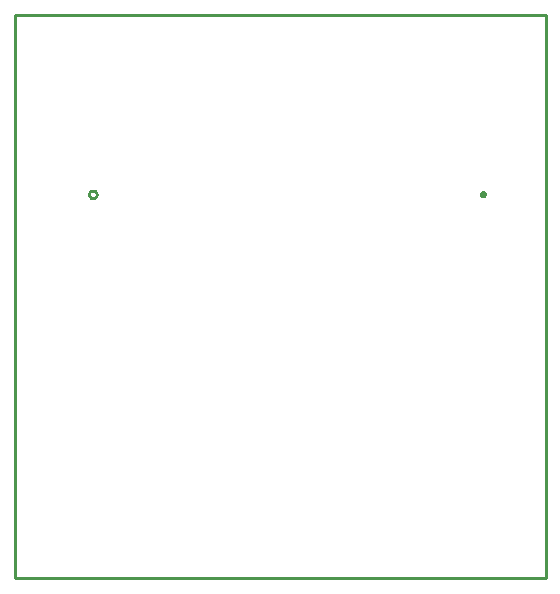
<source format=gbr>
G04 EAGLE Gerber RS-274X export*
G75*
%MOMM*%
%FSLAX34Y34*%
%LPD*%
%IN*%
%IPPOS*%
%AMOC8*
5,1,8,0,0,1.08239X$1,22.5*%
G01*
%ADD10C,0.254000*%


D10*
X0Y0D02*
X449380Y0D01*
X449380Y476760D01*
X0Y476760D01*
X0Y0D01*
X69290Y324907D02*
X69234Y324485D01*
X69124Y324073D01*
X68961Y323679D01*
X68748Y323311D01*
X68489Y322973D01*
X68187Y322671D01*
X67849Y322412D01*
X67481Y322199D01*
X67087Y322036D01*
X66675Y321926D01*
X66253Y321870D01*
X65827Y321870D01*
X65405Y321926D01*
X64993Y322036D01*
X64599Y322199D01*
X64231Y322412D01*
X63893Y322671D01*
X63591Y322973D01*
X63332Y323311D01*
X63119Y323679D01*
X62956Y324073D01*
X62846Y324485D01*
X62790Y324907D01*
X62790Y325333D01*
X62846Y325755D01*
X62956Y326167D01*
X63119Y326561D01*
X63332Y326929D01*
X63591Y327267D01*
X63893Y327569D01*
X64231Y327828D01*
X64599Y328041D01*
X64993Y328204D01*
X65405Y328314D01*
X65827Y328370D01*
X66253Y328370D01*
X66675Y328314D01*
X67087Y328204D01*
X67481Y328041D01*
X67849Y327828D01*
X68187Y327569D01*
X68489Y327267D01*
X68748Y326929D01*
X68961Y326561D01*
X69124Y326167D01*
X69234Y325755D01*
X69290Y325333D01*
X69290Y324907D01*
X397990Y324948D02*
X397923Y324610D01*
X397791Y324291D01*
X397599Y324004D01*
X397356Y323761D01*
X397069Y323569D01*
X396750Y323437D01*
X396412Y323370D01*
X396068Y323370D01*
X395730Y323437D01*
X395411Y323569D01*
X395124Y323761D01*
X394881Y324004D01*
X394689Y324291D01*
X394557Y324610D01*
X394490Y324948D01*
X394490Y325292D01*
X394557Y325630D01*
X394689Y325949D01*
X394881Y326236D01*
X395124Y326479D01*
X395411Y326671D01*
X395730Y326803D01*
X396068Y326870D01*
X396412Y326870D01*
X396750Y326803D01*
X397069Y326671D01*
X397356Y326479D01*
X397599Y326236D01*
X397791Y325949D01*
X397923Y325630D01*
X397990Y325292D01*
X397990Y324948D01*
M02*

</source>
